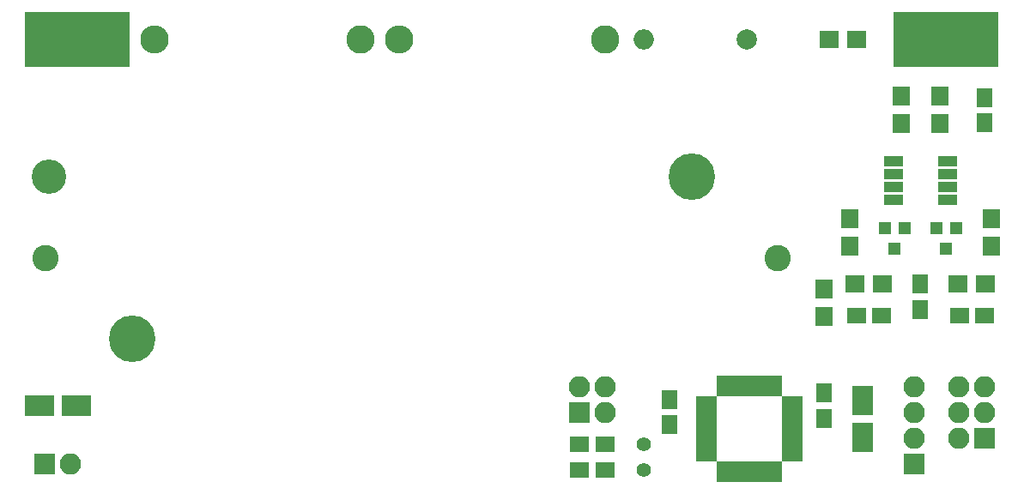
<source format=gts>
G04 #@! TF.GenerationSoftware,KiCad,Pcbnew,(5.0.0)*
G04 #@! TF.CreationDate,2019-02-24T05:38:12+01:00*
G04 #@! TF.ProjectId,lofence,6C6F66656E63652E6B696361645F7063,rev?*
G04 #@! TF.SameCoordinates,Original*
G04 #@! TF.FileFunction,Soldermask,Top*
G04 #@! TF.FilePolarity,Negative*
%FSLAX46Y46*%
G04 Gerber Fmt 4.6, Leading zero omitted, Abs format (unit mm)*
G04 Created by KiCad (PCBNEW (5.0.0)) date 02/24/19 05:38:12*
%MOMM*%
%LPD*%
G01*
G04 APERTURE LIST*
%ADD10O,2.100000X2.100000*%
%ADD11R,2.100000X2.100000*%
%ADD12R,1.650000X1.900000*%
%ADD13R,1.900000X1.650000*%
%ADD14R,1.200000X1.300000*%
%ADD15R,10.400000X5.400000*%
%ADD16R,1.700000X1.900000*%
%ADD17R,1.900000X1.700000*%
%ADD18R,1.950000X1.000000*%
%ADD19C,1.400000*%
%ADD20R,2.000000X0.950000*%
%ADD21R,0.950000X2.000000*%
%ADD22C,2.800000*%
%ADD23O,2.800000X2.800000*%
%ADD24C,2.000000*%
%ADD25O,2.000000X2.000000*%
%ADD26C,3.400000*%
%ADD27C,4.600000*%
%ADD28C,2.600000*%
%ADD29R,3.000000X2.000000*%
%ADD30R,2.000000X3.000000*%
G04 APERTURE END LIST*
D10*
G04 #@! TO.C,J3*
X120015000Y-71755000D03*
X120015000Y-74295000D03*
X117475000Y-71755000D03*
D11*
X117475000Y-74295000D03*
G04 #@! TD*
D12*
G04 #@! TO.C,C1*
X141605000Y-74890000D03*
X141605000Y-72390000D03*
G04 #@! TD*
G04 #@! TO.C,C4*
X126365000Y-73025000D03*
X126365000Y-75525000D03*
G04 #@! TD*
D13*
G04 #@! TO.C,C6*
X117495000Y-80010000D03*
X119995000Y-80010000D03*
G04 #@! TD*
G04 #@! TO.C,C8*
X117495000Y-77470000D03*
X119995000Y-77470000D03*
G04 #@! TD*
D12*
G04 #@! TO.C,C12*
X151130000Y-64115000D03*
X151130000Y-61615000D03*
G04 #@! TD*
G04 #@! TO.C,C15*
X157480000Y-43200000D03*
X157480000Y-45700000D03*
G04 #@! TD*
D13*
G04 #@! TO.C,C16*
X154960000Y-64770000D03*
X157460000Y-64770000D03*
G04 #@! TD*
G04 #@! TO.C,C17*
X147300000Y-64770000D03*
X144800000Y-64770000D03*
G04 #@! TD*
D14*
G04 #@! TO.C,D1*
X154620000Y-56150000D03*
X152720000Y-56150000D03*
X153670000Y-58150000D03*
G04 #@! TD*
G04 #@! TO.C,D2*
X149540000Y-56150000D03*
X147640000Y-56150000D03*
X148590000Y-58150000D03*
G04 #@! TD*
D11*
G04 #@! TO.C,J1*
X157480000Y-76835000D03*
D10*
X154940000Y-76835000D03*
X157480000Y-74295000D03*
X154940000Y-74295000D03*
X157480000Y-71755000D03*
X154940000Y-71755000D03*
G04 #@! TD*
D11*
G04 #@! TO.C,J2*
X64770000Y-79375000D03*
D10*
X67310000Y-79375000D03*
G04 #@! TD*
D15*
G04 #@! TO.C,J5*
X67945000Y-37465000D03*
G04 #@! TD*
D11*
G04 #@! TO.C,J6*
X150495000Y-79375000D03*
D10*
X150495000Y-76835000D03*
X150495000Y-74295000D03*
X150495000Y-71755000D03*
G04 #@! TD*
D15*
G04 #@! TO.C,J7*
X153670000Y-37465000D03*
G04 #@! TD*
D16*
G04 #@! TO.C,R5*
X153035000Y-45800000D03*
X153035000Y-43100000D03*
G04 #@! TD*
G04 #@! TO.C,R6*
X149225000Y-45800000D03*
X149225000Y-43100000D03*
G04 #@! TD*
G04 #@! TO.C,R7*
X141605000Y-64850000D03*
X141605000Y-62150000D03*
G04 #@! TD*
G04 #@! TO.C,R9*
X158115000Y-57865000D03*
X158115000Y-55165000D03*
G04 #@! TD*
G04 #@! TO.C,R10*
X144145000Y-57865000D03*
X144145000Y-55165000D03*
G04 #@! TD*
D17*
G04 #@! TO.C,R13*
X144860000Y-37465000D03*
X142160000Y-37465000D03*
G04 #@! TD*
G04 #@! TO.C,R14*
X157560000Y-61595000D03*
X154860000Y-61595000D03*
G04 #@! TD*
G04 #@! TO.C,R15*
X144700000Y-61595000D03*
X147400000Y-61595000D03*
G04 #@! TD*
D18*
G04 #@! TO.C,U4*
X153830000Y-53340000D03*
X153830000Y-52070000D03*
X153830000Y-50800000D03*
X153830000Y-49530000D03*
X148430000Y-49530000D03*
X148430000Y-50800000D03*
X148430000Y-52070000D03*
X148430000Y-53340000D03*
G04 #@! TD*
D19*
G04 #@! TO.C,Y1*
X123825000Y-80010000D03*
X123825000Y-77470000D03*
G04 #@! TD*
D20*
G04 #@! TO.C,U1*
X129989000Y-73146000D03*
X129989000Y-73946000D03*
X129989000Y-74746000D03*
X129989000Y-75546000D03*
X129989000Y-76346000D03*
X129989000Y-77146000D03*
X129989000Y-77946000D03*
X129989000Y-78746000D03*
D21*
X131439000Y-80196000D03*
X132239000Y-80196000D03*
X133039000Y-80196000D03*
X133839000Y-80196000D03*
X134639000Y-80196000D03*
X135439000Y-80196000D03*
X136239000Y-80196000D03*
X137039000Y-80196000D03*
D20*
X138489000Y-78746000D03*
X138489000Y-77946000D03*
X138489000Y-77146000D03*
X138489000Y-76346000D03*
X138489000Y-75546000D03*
X138489000Y-74746000D03*
X138489000Y-73946000D03*
X138489000Y-73146000D03*
D21*
X137039000Y-71696000D03*
X136239000Y-71696000D03*
X135439000Y-71696000D03*
X134639000Y-71696000D03*
X133839000Y-71696000D03*
X133039000Y-71696000D03*
X132239000Y-71696000D03*
X131439000Y-71696000D03*
G04 #@! TD*
D22*
G04 #@! TO.C,R8*
X95885000Y-37465000D03*
D23*
X75565000Y-37465000D03*
G04 #@! TD*
D22*
G04 #@! TO.C,R11*
X120015000Y-37465000D03*
D23*
X99695000Y-37465000D03*
G04 #@! TD*
D24*
G04 #@! TO.C,R12*
X133985000Y-37465000D03*
D25*
X123825000Y-37465000D03*
G04 #@! TD*
D26*
G04 #@! TO.C,BT1*
X65145000Y-51055000D03*
D27*
X73365000Y-67055000D03*
X128565000Y-51055000D03*
D28*
X137075000Y-59055000D03*
X64855000Y-59055000D03*
G04 #@! TD*
D29*
G04 #@! TO.C,C5*
X64240000Y-73660000D03*
X67840000Y-73660000D03*
G04 #@! TD*
D30*
G04 #@! TO.C,C10*
X145415000Y-76730000D03*
X145415000Y-73130000D03*
G04 #@! TD*
M02*

</source>
